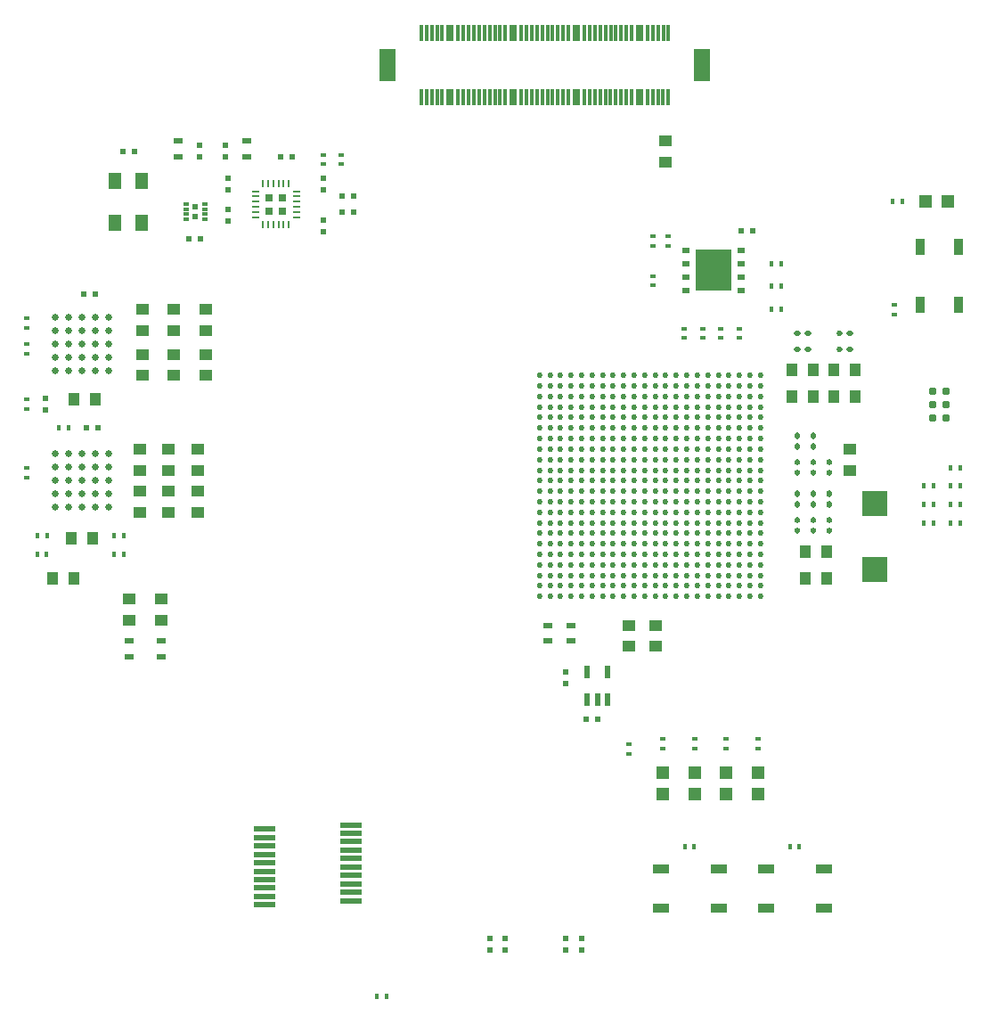
<source format=gtp>
G04 #@! TF.FileFunction,Paste,Top*
%FSLAX46Y46*%
G04 Gerber Fmt 4.6, Leading zero omitted, Abs format (unit mm)*
G04 Created by KiCad (PCBNEW 4.0.1-stable) date Monday, January 04, 2016 'PMt' 02:13:11 PM*
%MOMM*%
G01*
G04 APERTURE LIST*
%ADD10C,0.100000*%
%ADD11R,1.198880X1.198880*%
%ADD12R,0.620000X1.220000*%
%ADD13R,1.250000X1.000000*%
%ADD14C,0.635000*%
%ADD15R,0.400000X0.600000*%
%ADD16R,0.600000X0.500000*%
%ADD17R,0.900000X0.500000*%
%ADD18R,1.000000X1.250000*%
%ADD19R,0.500000X0.600000*%
%ADD20R,0.600000X0.400000*%
%ADD21C,0.530000*%
%ADD22O,0.250000X0.800000*%
%ADD23O,0.800000X0.250000*%
%ADD24R,0.750000X0.750000*%
%ADD25R,0.500000X0.300000*%
%ADD26R,0.540000X0.528000*%
%ADD27R,1.300000X1.600000*%
%ADD28R,3.400000X4.000000*%
%ADD29R,0.750000X0.500000*%
%ADD30R,1.500000X0.850000*%
%ADD31R,0.850000X1.500000*%
%ADD32R,2.000000X0.500000*%
%ADD33R,0.299720X1.600200*%
%ADD34R,0.701040X1.600200*%
%ADD35R,1.600200X3.098800*%
%ADD36R,2.430000X2.370000*%
%ADD37C,0.300000*%
%ADD38R,0.200000X0.300000*%
%ADD39R,0.300000X0.500000*%
%ADD40R,0.300000X0.200000*%
%ADD41O,0.787000X0.787000*%
G04 APERTURE END LIST*
D10*
D11*
X136200980Y-60500000D03*
X138299020Y-60500000D03*
X111250000Y-114700980D03*
X111250000Y-116799020D03*
X114250000Y-114700980D03*
X114250000Y-116799020D03*
X117250000Y-114700980D03*
X117250000Y-116799020D03*
X120250000Y-114700980D03*
X120250000Y-116799020D03*
D12*
X104050000Y-107810000D03*
X105000000Y-107810000D03*
X105950000Y-107810000D03*
X105950000Y-105190000D03*
X104050000Y-105190000D03*
D13*
X61500000Y-90000000D03*
X61500000Y-88000000D03*
D14*
X58540000Y-89540000D03*
X58540000Y-88270000D03*
X58540000Y-87000000D03*
X58540000Y-85730000D03*
X58540000Y-84460000D03*
X57270000Y-89540000D03*
X57270000Y-88270000D03*
X57270000Y-87000000D03*
X57270000Y-85730000D03*
X57270000Y-84460000D03*
X56000000Y-89540000D03*
X56000000Y-88270000D03*
X56000000Y-87000000D03*
X56000000Y-85730000D03*
X56000000Y-84460000D03*
X54730000Y-89540000D03*
X54730000Y-88270000D03*
X54730000Y-87000000D03*
X54730000Y-85730000D03*
X54730000Y-84460000D03*
X53460000Y-89540000D03*
X53460000Y-88270000D03*
X53460000Y-87000000D03*
X53460000Y-85730000D03*
X53460000Y-84460000D03*
D13*
X61500000Y-84000000D03*
X61500000Y-86000000D03*
D15*
X53800000Y-82000000D03*
X54700000Y-82000000D03*
D16*
X56450000Y-82000000D03*
X57550000Y-82000000D03*
D13*
X63500000Y-100250000D03*
X63500000Y-98250000D03*
D17*
X63500000Y-103750000D03*
X63500000Y-102250000D03*
D13*
X64750000Y-70750000D03*
X64750000Y-72750000D03*
X61750000Y-77000000D03*
X61750000Y-75000000D03*
D18*
X57250000Y-79250000D03*
X55250000Y-79250000D03*
X55250000Y-96250000D03*
X53250000Y-96250000D03*
D16*
X56200000Y-69250000D03*
X57300000Y-69250000D03*
D13*
X64750000Y-77000000D03*
X64750000Y-75000000D03*
X60500000Y-98250000D03*
X60500000Y-100250000D03*
D17*
X60500000Y-102250000D03*
X60500000Y-103750000D03*
D13*
X61750000Y-70750000D03*
X61750000Y-72750000D03*
D19*
X52500000Y-79200000D03*
X52500000Y-80300000D03*
D14*
X58540000Y-76540000D03*
X58540000Y-75270000D03*
X58540000Y-74000000D03*
X58540000Y-72730000D03*
X58540000Y-71460000D03*
X57270000Y-76540000D03*
X57270000Y-75270000D03*
X57270000Y-74000000D03*
X57270000Y-72730000D03*
X57270000Y-71460000D03*
X56000000Y-76540000D03*
X56000000Y-75270000D03*
X56000000Y-74000000D03*
X56000000Y-72730000D03*
X56000000Y-71460000D03*
X54730000Y-76540000D03*
X54730000Y-75270000D03*
X54730000Y-74000000D03*
X54730000Y-72730000D03*
X54730000Y-71460000D03*
X53460000Y-76540000D03*
X53460000Y-75270000D03*
X53460000Y-74000000D03*
X53460000Y-72730000D03*
X53460000Y-71460000D03*
D20*
X50750000Y-74050000D03*
X50750000Y-74950000D03*
X50750000Y-72450000D03*
X50750000Y-71550000D03*
X50750000Y-80200000D03*
X50750000Y-79300000D03*
D15*
X51800000Y-92250000D03*
X52700000Y-92250000D03*
X52650000Y-94000000D03*
X51750000Y-94000000D03*
X59050000Y-94000000D03*
X59950000Y-94000000D03*
D18*
X57000000Y-92500000D03*
X55000000Y-92500000D03*
D15*
X59950000Y-92250000D03*
X59050000Y-92250000D03*
D21*
X99500000Y-98000000D03*
X99500000Y-97000000D03*
X99500000Y-96000000D03*
X99500000Y-95000000D03*
X99500000Y-94000000D03*
X99500000Y-93000000D03*
X99500000Y-92000000D03*
X99500000Y-91000000D03*
X99500000Y-90000000D03*
X99500000Y-89000000D03*
X99500000Y-88000000D03*
X99500000Y-87000000D03*
X99500000Y-86000000D03*
X99500000Y-85000000D03*
X99500000Y-84000000D03*
X99500000Y-83000000D03*
X99500000Y-82000000D03*
X99500000Y-81000000D03*
X99500000Y-80000000D03*
X99500000Y-79000000D03*
X99500000Y-78000000D03*
X99500000Y-77000000D03*
X100500000Y-98000000D03*
X100500000Y-97000000D03*
X100500000Y-96000000D03*
X100500000Y-95000000D03*
X101500000Y-95000000D03*
X101500000Y-96000000D03*
X101500000Y-97000000D03*
X100500000Y-94000000D03*
X101500000Y-94000000D03*
X101500000Y-98000000D03*
X102500000Y-98000000D03*
X102500000Y-97000000D03*
X103500000Y-97000000D03*
X103500000Y-98000000D03*
X104500000Y-98000000D03*
X104500000Y-97000000D03*
X105500000Y-97000000D03*
X105500000Y-98000000D03*
X106500000Y-98000000D03*
X106500000Y-97000000D03*
X107500000Y-97000000D03*
X107500000Y-98000000D03*
X102500000Y-96000000D03*
X102500000Y-95000000D03*
X102500000Y-94000000D03*
X103500000Y-94000000D03*
X103500000Y-95000000D03*
X103500000Y-96000000D03*
X104500000Y-96000000D03*
X104500000Y-95000000D03*
X104500000Y-94000000D03*
X105500000Y-96000000D03*
X105500000Y-95000000D03*
X105500000Y-94000000D03*
X106500000Y-94000000D03*
X106500000Y-95000000D03*
X106500000Y-96000000D03*
X107500000Y-96000000D03*
X107500000Y-95000000D03*
X107500000Y-94000000D03*
X108500000Y-94000000D03*
X108500000Y-95000000D03*
X108500000Y-96000000D03*
X108500000Y-97000000D03*
X108500000Y-98000000D03*
X109500000Y-98000000D03*
X109500000Y-97000000D03*
X109500000Y-96000000D03*
X109500000Y-95000000D03*
X109500000Y-94000000D03*
X110500000Y-98000000D03*
X110500000Y-97000000D03*
X110500000Y-96000000D03*
X110500000Y-95000000D03*
X110500000Y-94000000D03*
X111500000Y-94000000D03*
X111500000Y-95000000D03*
X111500000Y-96000000D03*
X111500000Y-97000000D03*
X111500000Y-98000000D03*
X112500000Y-98000000D03*
X112500000Y-97000000D03*
X113500000Y-97000000D03*
X113500000Y-98000000D03*
X114500000Y-98000000D03*
X114500000Y-97000000D03*
X115500000Y-97000000D03*
X115500000Y-98000000D03*
X116500000Y-98000000D03*
X116500000Y-97000000D03*
X117500000Y-97000000D03*
X117500000Y-98000000D03*
X118500000Y-98000000D03*
X118500000Y-97000000D03*
X119500000Y-97000000D03*
X119500000Y-98000000D03*
X120500000Y-98000000D03*
X120500000Y-97000000D03*
X120500000Y-96000000D03*
X120500000Y-95000000D03*
X120500000Y-94000000D03*
X120500000Y-93000000D03*
X120500000Y-92000000D03*
X119500000Y-96000000D03*
X119500000Y-95000000D03*
X119500000Y-94000000D03*
X119500000Y-93000000D03*
X119500000Y-92000000D03*
X119500000Y-91000000D03*
X119500000Y-90000000D03*
X119500000Y-89000000D03*
X119500000Y-88000000D03*
X119500000Y-87000000D03*
X119500000Y-86000000D03*
X120500000Y-86000000D03*
X120500000Y-87000000D03*
X120500000Y-88000000D03*
X120500000Y-89000000D03*
X120500000Y-90000000D03*
X120500000Y-91000000D03*
X119500000Y-85000000D03*
X119500000Y-84000000D03*
X119500000Y-83000000D03*
X119500000Y-82000000D03*
X119500000Y-81000000D03*
X119500000Y-80000000D03*
X119500000Y-79000000D03*
X119500000Y-78000000D03*
X119500000Y-77000000D03*
X120500000Y-77000000D03*
X120500000Y-78000000D03*
X120500000Y-79000000D03*
X120500000Y-80000000D03*
X120500000Y-81000000D03*
X120500000Y-82000000D03*
X120500000Y-83000000D03*
X120500000Y-84000000D03*
X120500000Y-85000000D03*
X118500000Y-78000000D03*
X118500000Y-77000000D03*
X117500000Y-77000000D03*
X117500000Y-78000000D03*
X116500000Y-78000000D03*
X116500000Y-77000000D03*
X115500000Y-77000000D03*
X115500000Y-78000000D03*
X114500000Y-78000000D03*
X114500000Y-77000000D03*
X113500000Y-78000000D03*
X113500000Y-77000000D03*
X112500000Y-77000000D03*
X112500000Y-78000000D03*
X111500000Y-78000000D03*
X111500000Y-77000000D03*
X110500000Y-77000000D03*
X110500000Y-78000000D03*
X109500000Y-78000000D03*
X109500000Y-77000000D03*
X108500000Y-77000000D03*
X108500000Y-78000000D03*
X107500000Y-78000000D03*
X107500000Y-77000000D03*
X100500000Y-93000000D03*
X100500000Y-92000000D03*
X100500000Y-91000000D03*
X100500000Y-90000000D03*
X100500000Y-89000000D03*
X100500000Y-88000000D03*
X100500000Y-87000000D03*
X100500000Y-86000000D03*
X100500000Y-85000000D03*
X100500000Y-84000000D03*
X100500000Y-83000000D03*
X100500000Y-82000000D03*
X100500000Y-81000000D03*
X100500000Y-80000000D03*
X100500000Y-79000000D03*
X100500000Y-78000000D03*
X100500000Y-77000000D03*
X101500000Y-77000000D03*
X101500000Y-78000000D03*
X102500000Y-78000000D03*
X102500000Y-77000000D03*
X103500000Y-77000000D03*
X103500000Y-78000000D03*
X104500000Y-78000000D03*
X104500000Y-77000000D03*
X105500000Y-77000000D03*
X105500000Y-78000000D03*
X106500000Y-78000000D03*
X106500000Y-77000000D03*
X101500000Y-93000000D03*
X101500000Y-92000000D03*
X101500000Y-91000000D03*
X101500000Y-90000000D03*
X101500000Y-89000000D03*
X101500000Y-88000000D03*
X101500000Y-87000000D03*
X101500000Y-86000000D03*
X101500000Y-85000000D03*
X101500000Y-84000000D03*
X101500000Y-83000000D03*
X101500000Y-82000000D03*
X101500000Y-81000000D03*
X101500000Y-80000000D03*
X101500000Y-79000000D03*
X102500000Y-79000000D03*
X103500000Y-79000000D03*
X104500000Y-79000000D03*
X105500000Y-79000000D03*
X106500000Y-79000000D03*
X112500000Y-96000000D03*
X113500000Y-96000000D03*
X114500000Y-96000000D03*
X115500000Y-96000000D03*
X116500000Y-96000000D03*
X117500000Y-96000000D03*
X118500000Y-96000000D03*
X118500000Y-95000000D03*
X118500000Y-94000000D03*
X118500000Y-93000000D03*
X118500000Y-92000000D03*
X118500000Y-91000000D03*
X118500000Y-90000000D03*
X118500000Y-89000000D03*
X118500000Y-88000000D03*
X118500000Y-87000000D03*
X118500000Y-86000000D03*
X118500000Y-85000000D03*
X118500000Y-84000000D03*
X118500000Y-83000000D03*
X118500000Y-82000000D03*
X118500000Y-81000000D03*
X118500000Y-80000000D03*
X118500000Y-79000000D03*
X117500000Y-79000000D03*
X116500000Y-79000000D03*
X115500000Y-79000000D03*
X114500000Y-79000000D03*
X113500000Y-79000000D03*
X112500000Y-79000000D03*
X111500000Y-79000000D03*
X110500000Y-79000000D03*
X109500000Y-79000000D03*
X108500000Y-79000000D03*
X107500000Y-79000000D03*
X112500000Y-95000000D03*
X112500000Y-94000000D03*
X113500000Y-95000000D03*
X113500000Y-94000000D03*
X114500000Y-95000000D03*
X114500000Y-94000000D03*
X115500000Y-95000000D03*
X115500000Y-94000000D03*
X116500000Y-95000000D03*
X116500000Y-94000000D03*
X117500000Y-94000000D03*
X117500000Y-95000000D03*
X116500000Y-93000000D03*
X117500000Y-93000000D03*
X117500000Y-92000000D03*
X116500000Y-92000000D03*
X116500000Y-91000000D03*
X117500000Y-91000000D03*
X117500000Y-90000000D03*
X116500000Y-90000000D03*
X116500000Y-89000000D03*
X116500000Y-88000000D03*
X117500000Y-88000000D03*
X117500000Y-89000000D03*
X116500000Y-87000000D03*
X117500000Y-87000000D03*
X116500000Y-86000000D03*
X117500000Y-86000000D03*
X117500000Y-85000000D03*
X116500000Y-85000000D03*
X116500000Y-84000000D03*
X117500000Y-84000000D03*
X117500000Y-83000000D03*
X116500000Y-83000000D03*
X116500000Y-82000000D03*
X116500000Y-81000000D03*
X116500000Y-80000000D03*
X115500000Y-80000000D03*
X115500000Y-81000000D03*
X114500000Y-81000000D03*
X114500000Y-80000000D03*
X117500000Y-80000000D03*
X117500000Y-81000000D03*
X117500000Y-82000000D03*
X113500000Y-81000000D03*
X113500000Y-80000000D03*
X112500000Y-81000000D03*
X112500000Y-80000000D03*
X111500000Y-80000000D03*
X111500000Y-81000000D03*
X110500000Y-81000000D03*
X110500000Y-80000000D03*
X109500000Y-80000000D03*
X109500000Y-81000000D03*
X108500000Y-81000000D03*
X108500000Y-80000000D03*
X107500000Y-80000000D03*
X107500000Y-81000000D03*
X106500000Y-81000000D03*
X106500000Y-80000000D03*
X105500000Y-80000000D03*
X105500000Y-81000000D03*
X104500000Y-81000000D03*
X104500000Y-80000000D03*
X103500000Y-80000000D03*
X102500000Y-80000000D03*
X102500000Y-81000000D03*
X103500000Y-81000000D03*
X103500000Y-82000000D03*
X102500000Y-82000000D03*
X102500000Y-83000000D03*
X103500000Y-83000000D03*
X103500000Y-84000000D03*
X102500000Y-84000000D03*
X102500000Y-85000000D03*
X103500000Y-85000000D03*
X103500000Y-86000000D03*
X102500000Y-86000000D03*
X102500000Y-87000000D03*
X103500000Y-87000000D03*
X103500000Y-88000000D03*
X102500000Y-88000000D03*
X102500000Y-89000000D03*
X103500000Y-89000000D03*
X103500000Y-90000000D03*
X102500000Y-90000000D03*
X102500000Y-91000000D03*
X103500000Y-91000000D03*
X103500000Y-92000000D03*
X102500000Y-92000000D03*
X102500000Y-93000000D03*
X103500000Y-93000000D03*
X104500000Y-93000000D03*
X104500000Y-92000000D03*
X105500000Y-92000000D03*
X105500000Y-93000000D03*
X106500000Y-93000000D03*
X106500000Y-92000000D03*
X107500000Y-92000000D03*
X107500000Y-93000000D03*
X108500000Y-93000000D03*
X108500000Y-92000000D03*
X109500000Y-92000000D03*
X109500000Y-93000000D03*
X110500000Y-93000000D03*
X110500000Y-92000000D03*
X111500000Y-92000000D03*
X111500000Y-93000000D03*
X112500000Y-93000000D03*
X112500000Y-92000000D03*
X113500000Y-92000000D03*
X113500000Y-93000000D03*
X114500000Y-93000000D03*
X115500000Y-93000000D03*
X115500000Y-92000000D03*
X114500000Y-92000000D03*
X114500000Y-91000000D03*
X115500000Y-91000000D03*
X115500000Y-90000000D03*
X114500000Y-90000000D03*
X114500000Y-89000000D03*
X115500000Y-89000000D03*
X115500000Y-88000000D03*
X114500000Y-88000000D03*
X114500000Y-87000000D03*
X115500000Y-87000000D03*
X115500000Y-86000000D03*
X114500000Y-86000000D03*
X114500000Y-85000000D03*
X115500000Y-85000000D03*
X115500000Y-84000000D03*
X114500000Y-84000000D03*
X114500000Y-83000000D03*
X115500000Y-83000000D03*
X115500000Y-82000000D03*
X114500000Y-82000000D03*
X113500000Y-82000000D03*
X113500000Y-83000000D03*
X112500000Y-83000000D03*
X112500000Y-82000000D03*
X111500000Y-82000000D03*
X111500000Y-83000000D03*
X110500000Y-83000000D03*
X110500000Y-82000000D03*
X109500000Y-82000000D03*
X109500000Y-83000000D03*
X108500000Y-83000000D03*
X108500000Y-82000000D03*
X107500000Y-82000000D03*
X107500000Y-83000000D03*
X106500000Y-83000000D03*
X106500000Y-82000000D03*
X105500000Y-82000000D03*
X104500000Y-82000000D03*
X104500000Y-83000000D03*
X105500000Y-83000000D03*
X105500000Y-84000000D03*
X104500000Y-84000000D03*
X104500000Y-85000000D03*
X105500000Y-85000000D03*
X105500000Y-86000000D03*
X104500000Y-86000000D03*
X104500000Y-87000000D03*
X105500000Y-87000000D03*
X105500000Y-88000000D03*
X104500000Y-88000000D03*
X104500000Y-89000000D03*
X105500000Y-89000000D03*
X105500000Y-90000000D03*
X104500000Y-90000000D03*
X104500000Y-91000000D03*
X105500000Y-91000000D03*
X106500000Y-91000000D03*
X106500000Y-90000000D03*
X106500000Y-89000000D03*
X106500000Y-88000000D03*
X106500000Y-87000000D03*
X106500000Y-86000000D03*
X106500000Y-85000000D03*
X106500000Y-84000000D03*
X107500000Y-84000000D03*
X107500000Y-85000000D03*
X107500000Y-86000000D03*
X107500000Y-87000000D03*
X107500000Y-88000000D03*
X107500000Y-89000000D03*
X107500000Y-91000000D03*
X107500000Y-90000000D03*
X108500000Y-91000000D03*
X108500000Y-90000000D03*
X109500000Y-90000000D03*
X109500000Y-91000000D03*
X110500000Y-91000000D03*
X110500000Y-90000000D03*
X111500000Y-91000000D03*
X111500000Y-90000000D03*
X112500000Y-90000000D03*
X112500000Y-91000000D03*
X113500000Y-91000000D03*
X113500000Y-90000000D03*
X113500000Y-89000000D03*
X113500000Y-88000000D03*
X112500000Y-88000000D03*
X112500000Y-89000000D03*
X111500000Y-89000000D03*
X111500000Y-88000000D03*
X111500000Y-87000000D03*
X112500000Y-87000000D03*
X113500000Y-87000000D03*
X113500000Y-86000000D03*
X112500000Y-86000000D03*
X111500000Y-86000000D03*
X111500000Y-85000000D03*
X111500000Y-84000000D03*
X112500000Y-84000000D03*
X112500000Y-85000000D03*
X113500000Y-85000000D03*
X113500000Y-84000000D03*
X110500000Y-84000000D03*
X109500000Y-84000000D03*
X108500000Y-84000000D03*
X108500000Y-85000000D03*
X109500000Y-85000000D03*
X110500000Y-85000000D03*
X110500000Y-86000000D03*
X109500000Y-86000000D03*
X108500000Y-86000000D03*
X108500000Y-87000000D03*
X108500000Y-88000000D03*
X108500000Y-89000000D03*
X109500000Y-89000000D03*
X109500000Y-88000000D03*
X109500000Y-87000000D03*
X110500000Y-87000000D03*
X110500000Y-88000000D03*
X110500000Y-89000000D03*
D22*
X73175000Y-62700000D03*
X73675000Y-62700000D03*
X74175000Y-62700000D03*
X74675000Y-62700000D03*
X75175000Y-62700000D03*
X75675000Y-62700000D03*
D23*
X76375000Y-62000000D03*
X76375000Y-61500000D03*
X76375000Y-61000000D03*
X76375000Y-60500000D03*
X76375000Y-60000000D03*
X76375000Y-59500000D03*
D22*
X75675000Y-58800000D03*
X75175000Y-58800000D03*
X74675000Y-58800000D03*
X74175000Y-58800000D03*
X73675000Y-58800000D03*
X73175000Y-58800000D03*
D23*
X72475000Y-59500000D03*
X72475000Y-60000000D03*
X72475000Y-60500000D03*
X72475000Y-61000000D03*
X72475000Y-61500000D03*
X72475000Y-62000000D03*
D24*
X75050000Y-60125000D03*
X73800000Y-60125000D03*
X75050000Y-61375000D03*
X73800000Y-61375000D03*
D25*
X67675000Y-62190000D03*
X67675000Y-61690000D03*
X67675000Y-61190000D03*
X67675000Y-60690000D03*
X65875000Y-60690000D03*
X65875000Y-61190000D03*
X65875000Y-61690000D03*
X65875000Y-62190000D03*
D26*
X66775000Y-61000000D03*
X66775000Y-61880000D03*
D27*
X61675000Y-58500000D03*
X61675000Y-62500000D03*
X59175000Y-62500000D03*
X59175000Y-58500000D03*
D28*
X116000000Y-67000000D03*
D29*
X113375000Y-66365000D03*
X113375000Y-67635000D03*
X113375000Y-68905000D03*
X113375000Y-65095000D03*
X118625000Y-65095000D03*
X118625000Y-66365000D03*
X118625000Y-67635000D03*
X118625000Y-68905000D03*
D30*
X111000000Y-127600000D03*
X116500000Y-127600000D03*
X116500000Y-123900000D03*
X111000000Y-123900000D03*
X121000000Y-127600000D03*
X126500000Y-127600000D03*
X126500000Y-123900000D03*
X121000000Y-123900000D03*
D31*
X139350000Y-70250000D03*
X139350000Y-64750000D03*
X135650000Y-64750000D03*
X135650000Y-70250000D03*
D15*
X113300000Y-121750000D03*
X114200000Y-121750000D03*
X123300000Y-121750000D03*
X124200000Y-121750000D03*
D20*
X120250000Y-112450000D03*
X120250000Y-111550000D03*
X117250000Y-112450000D03*
X117250000Y-111550000D03*
X114250000Y-112450000D03*
X114250000Y-111550000D03*
X111250000Y-112450000D03*
X111250000Y-111550000D03*
D15*
X121550000Y-70750000D03*
X122450000Y-70750000D03*
X122450000Y-68500000D03*
X121550000Y-68500000D03*
D20*
X133250000Y-71200000D03*
X133250000Y-70300000D03*
D15*
X133050000Y-60500000D03*
X133950000Y-60500000D03*
X139450000Y-85750000D03*
X138550000Y-85750000D03*
D20*
X111750000Y-63800000D03*
X111750000Y-64700000D03*
D15*
X136950000Y-91000000D03*
X136050000Y-91000000D03*
X139450000Y-91000000D03*
X138550000Y-91000000D03*
X122450000Y-66375000D03*
X121550000Y-66375000D03*
D20*
X110250000Y-67550000D03*
X110250000Y-68450000D03*
X110250000Y-63800000D03*
X110250000Y-64700000D03*
D15*
X136950000Y-89250000D03*
X136050000Y-89250000D03*
X139450000Y-89250000D03*
X138550000Y-89250000D03*
D20*
X118500000Y-72550000D03*
X118500000Y-73450000D03*
X116750000Y-72550000D03*
X116750000Y-73450000D03*
X115000000Y-72550000D03*
X115000000Y-73450000D03*
X113250000Y-72550000D03*
X113250000Y-73450000D03*
D15*
X136950000Y-87500000D03*
X136050000Y-87500000D03*
X139450000Y-87500000D03*
X138550000Y-87500000D03*
X84950000Y-136000000D03*
X84050000Y-136000000D03*
D20*
X108000000Y-112050000D03*
X108000000Y-112950000D03*
D32*
X73400000Y-120100000D03*
X73400000Y-120900000D03*
X73400000Y-121700000D03*
X73400000Y-122500000D03*
X73400000Y-123300000D03*
X73400000Y-124100000D03*
X73400000Y-124900000D03*
X73400000Y-125700000D03*
X73400000Y-126500000D03*
X73400000Y-127300000D03*
X81600000Y-126900000D03*
X81600000Y-126100000D03*
X81600000Y-125300000D03*
X81600000Y-124500000D03*
X81600000Y-123700000D03*
X81600000Y-122900000D03*
X81600000Y-122100000D03*
X81600000Y-121300000D03*
X81600000Y-120500000D03*
X81600000Y-119700000D03*
D33*
X88249960Y-50560700D03*
X88750340Y-50560700D03*
X89250720Y-50560700D03*
X89751100Y-50560700D03*
X90248940Y-50560700D03*
D34*
X91000780Y-50560700D03*
D33*
X91750080Y-50560700D03*
X92250460Y-50560700D03*
X92750840Y-50560700D03*
X93251220Y-50560700D03*
X93749060Y-50560700D03*
X94249440Y-50560700D03*
X94749820Y-50560700D03*
X95250200Y-50560700D03*
X95750580Y-50560700D03*
X96250960Y-50560700D03*
D34*
X97000260Y-50560700D03*
D33*
X97749560Y-50560700D03*
X98249940Y-50560700D03*
X98750320Y-50560700D03*
X99250700Y-50560700D03*
X99751080Y-50560700D03*
X100248920Y-50560700D03*
X100749300Y-50560700D03*
X101249680Y-50560700D03*
X101750060Y-50560700D03*
X102250440Y-50560700D03*
D34*
X103002280Y-50560700D03*
D33*
X103749040Y-50560700D03*
X104249420Y-50560700D03*
X104749800Y-50560700D03*
X105250180Y-50560700D03*
X105750560Y-50560700D03*
X106250940Y-50560700D03*
X106748780Y-50560700D03*
X107249160Y-50560700D03*
X107749540Y-50560700D03*
X108249920Y-50560700D03*
D34*
X109001760Y-50560700D03*
D33*
X109751060Y-50560700D03*
X110248900Y-50560700D03*
X110749280Y-50560700D03*
X111249660Y-50560700D03*
X111750040Y-50560700D03*
X111755120Y-44459620D03*
X111254740Y-44459620D03*
X110754360Y-44459620D03*
X110253980Y-44459620D03*
X109756140Y-44459620D03*
D34*
X109006840Y-44459620D03*
D33*
X108255000Y-44459620D03*
X107754620Y-44459620D03*
X107254240Y-44459620D03*
X106753860Y-44459620D03*
X106256020Y-44459620D03*
X105755640Y-44459620D03*
X105255260Y-44459620D03*
X104754880Y-44459620D03*
X104254500Y-44459620D03*
X103754120Y-44459620D03*
D34*
X103004820Y-44459620D03*
D33*
X102252980Y-44459620D03*
X101752600Y-44459620D03*
X101252220Y-44459620D03*
X100751840Y-44459620D03*
X100254000Y-44459620D03*
X99753620Y-44459620D03*
X99253240Y-44459620D03*
X98752860Y-44459620D03*
X98252480Y-44459620D03*
X97752100Y-44459620D03*
D34*
X97002800Y-44459620D03*
D33*
X96250960Y-44459620D03*
X95750580Y-44459620D03*
X95250200Y-44459620D03*
X94749820Y-44459620D03*
X94251980Y-44459620D03*
X93751600Y-44459620D03*
X93251220Y-44459620D03*
X92750840Y-44459620D03*
X92250460Y-44459620D03*
X91750080Y-44459620D03*
D34*
X91000780Y-44459620D03*
D33*
X90248940Y-44459620D03*
X89751100Y-44459620D03*
X89250720Y-44459620D03*
X88750340Y-44459620D03*
X88249960Y-44459620D03*
D35*
X114950440Y-47500000D03*
X85049560Y-47500000D03*
D17*
X65175000Y-54750000D03*
X65175000Y-56250000D03*
X71675000Y-54750000D03*
X71675000Y-56250000D03*
X102500000Y-102250000D03*
X102500000Y-100750000D03*
X100250000Y-102250000D03*
X100250000Y-100750000D03*
D19*
X78925000Y-59350000D03*
X78925000Y-58250000D03*
X69925000Y-62350000D03*
X69925000Y-61250000D03*
X69675000Y-56250000D03*
X69675000Y-55150000D03*
D16*
X60975000Y-55750000D03*
X59875000Y-55750000D03*
D19*
X78925000Y-62250000D03*
X78925000Y-63350000D03*
D16*
X67225000Y-64000000D03*
X66125000Y-64000000D03*
X74875000Y-56250000D03*
X75975000Y-56250000D03*
D19*
X67175000Y-56250000D03*
X67175000Y-55150000D03*
X69925000Y-59350000D03*
X69925000Y-58250000D03*
D16*
X118700000Y-63250000D03*
X119800000Y-63250000D03*
X80700000Y-61500000D03*
X81800000Y-61500000D03*
X80700000Y-60000000D03*
X81800000Y-60000000D03*
D18*
X124750000Y-96250000D03*
X126750000Y-96250000D03*
X127500000Y-76500000D03*
X129500000Y-76500000D03*
X124750000Y-93750000D03*
X126750000Y-93750000D03*
D13*
X111500000Y-54750000D03*
X111500000Y-56750000D03*
D18*
X127500000Y-79000000D03*
X129500000Y-79000000D03*
X123500000Y-76500000D03*
X125500000Y-76500000D03*
D13*
X129000000Y-86000000D03*
X129000000Y-84000000D03*
D18*
X123500000Y-79000000D03*
X125500000Y-79000000D03*
D13*
X108000000Y-100750000D03*
X108000000Y-102750000D03*
X110500000Y-100750000D03*
X110500000Y-102750000D03*
D36*
X131350000Y-95420000D03*
X131350000Y-89180000D03*
D19*
X103475000Y-130450000D03*
X103475000Y-131550000D03*
X102000000Y-130450000D03*
X102000000Y-131550000D03*
X96250000Y-130450000D03*
X96250000Y-131550000D03*
X94750000Y-130475000D03*
X94750000Y-131575000D03*
D20*
X80675000Y-56050000D03*
X80675000Y-56950000D03*
X78925000Y-56050000D03*
X78925000Y-56950000D03*
D25*
X127000000Y-88250000D03*
X127000000Y-89250000D03*
D37*
X127100000Y-88400000D03*
X126900000Y-88400000D03*
X126900000Y-88100000D03*
X127100000Y-88100000D03*
X127100000Y-89100000D03*
X126900000Y-89100000D03*
X126900000Y-89400000D03*
X127100000Y-89400000D03*
D38*
X127000000Y-89400000D03*
X127000000Y-89100000D03*
X127000000Y-88400000D03*
X127000000Y-88100000D03*
D25*
X124000000Y-88250000D03*
X124000000Y-89250000D03*
D37*
X124100000Y-88400000D03*
X123900000Y-88400000D03*
X123900000Y-88100000D03*
X124100000Y-88100000D03*
X124100000Y-89100000D03*
X123900000Y-89100000D03*
X123900000Y-89400000D03*
X124100000Y-89400000D03*
D38*
X124000000Y-89400000D03*
X124000000Y-89100000D03*
X124000000Y-88400000D03*
X124000000Y-88100000D03*
D39*
X128000000Y-74500000D03*
X129000000Y-74500000D03*
D37*
X128150000Y-74400000D03*
X128150000Y-74600000D03*
X127850000Y-74600000D03*
X127850000Y-74400000D03*
X128850000Y-74400000D03*
X128850000Y-74600000D03*
X129150000Y-74600000D03*
X129150000Y-74400000D03*
D40*
X129150000Y-74500000D03*
X128850000Y-74500000D03*
X128150000Y-74500000D03*
X127850000Y-74500000D03*
D25*
X125500000Y-88250000D03*
X125500000Y-89250000D03*
D37*
X125600000Y-88400000D03*
X125400000Y-88400000D03*
X125400000Y-88100000D03*
X125600000Y-88100000D03*
X125600000Y-89100000D03*
X125400000Y-89100000D03*
X125400000Y-89400000D03*
X125600000Y-89400000D03*
D38*
X125500000Y-89400000D03*
X125500000Y-89100000D03*
X125500000Y-88400000D03*
X125500000Y-88100000D03*
D25*
X125500000Y-83750000D03*
X125500000Y-82750000D03*
D37*
X125400000Y-83600000D03*
X125600000Y-83600000D03*
X125600000Y-83900000D03*
X125400000Y-83900000D03*
X125400000Y-82900000D03*
X125600000Y-82900000D03*
X125600000Y-82600000D03*
X125400000Y-82600000D03*
D38*
X125500000Y-82600000D03*
X125500000Y-82900000D03*
X125500000Y-83600000D03*
X125500000Y-83900000D03*
D39*
X128000000Y-73000000D03*
X129000000Y-73000000D03*
D37*
X128150000Y-72900000D03*
X128150000Y-73100000D03*
X127850000Y-73100000D03*
X127850000Y-72900000D03*
X128850000Y-72900000D03*
X128850000Y-73100000D03*
X129150000Y-73100000D03*
X129150000Y-72900000D03*
D40*
X129150000Y-73000000D03*
X128850000Y-73000000D03*
X128150000Y-73000000D03*
X127850000Y-73000000D03*
D25*
X127000000Y-90750000D03*
X127000000Y-91750000D03*
D37*
X127100000Y-90900000D03*
X126900000Y-90900000D03*
X126900000Y-90600000D03*
X127100000Y-90600000D03*
X127100000Y-91600000D03*
X126900000Y-91600000D03*
X126900000Y-91900000D03*
X127100000Y-91900000D03*
D38*
X127000000Y-91900000D03*
X127000000Y-91600000D03*
X127000000Y-90900000D03*
X127000000Y-90600000D03*
D25*
X127000000Y-86250000D03*
X127000000Y-85250000D03*
D37*
X126900000Y-86100000D03*
X127100000Y-86100000D03*
X127100000Y-86400000D03*
X126900000Y-86400000D03*
X126900000Y-85400000D03*
X127100000Y-85400000D03*
X127100000Y-85100000D03*
X126900000Y-85100000D03*
D38*
X127000000Y-85100000D03*
X127000000Y-85400000D03*
X127000000Y-86100000D03*
X127000000Y-86400000D03*
D25*
X125500000Y-90750000D03*
X125500000Y-91750000D03*
D37*
X125600000Y-90900000D03*
X125400000Y-90900000D03*
X125400000Y-90600000D03*
X125600000Y-90600000D03*
X125600000Y-91600000D03*
X125400000Y-91600000D03*
X125400000Y-91900000D03*
X125600000Y-91900000D03*
D38*
X125500000Y-91900000D03*
X125500000Y-91600000D03*
X125500000Y-90900000D03*
X125500000Y-90600000D03*
D25*
X125500000Y-86250000D03*
X125500000Y-85250000D03*
D37*
X125400000Y-86100000D03*
X125600000Y-86100000D03*
X125600000Y-86400000D03*
X125400000Y-86400000D03*
X125400000Y-85400000D03*
X125600000Y-85400000D03*
X125600000Y-85100000D03*
X125400000Y-85100000D03*
D38*
X125500000Y-85100000D03*
X125500000Y-85400000D03*
X125500000Y-86100000D03*
X125500000Y-86400000D03*
D25*
X124000000Y-90750000D03*
X124000000Y-91750000D03*
D37*
X124100000Y-90900000D03*
X123900000Y-90900000D03*
X123900000Y-90600000D03*
X124100000Y-90600000D03*
X124100000Y-91600000D03*
X123900000Y-91600000D03*
X123900000Y-91900000D03*
X124100000Y-91900000D03*
D38*
X124000000Y-91900000D03*
X124000000Y-91600000D03*
X124000000Y-90900000D03*
X124000000Y-90600000D03*
D25*
X124000000Y-83750000D03*
X124000000Y-82750000D03*
D37*
X123900000Y-83600000D03*
X124100000Y-83600000D03*
X124100000Y-83900000D03*
X123900000Y-83900000D03*
X123900000Y-82900000D03*
X124100000Y-82900000D03*
X124100000Y-82600000D03*
X123900000Y-82600000D03*
D38*
X124000000Y-82600000D03*
X124000000Y-82900000D03*
X124000000Y-83600000D03*
X124000000Y-83900000D03*
D25*
X124000000Y-86250000D03*
X124000000Y-85250000D03*
D37*
X123900000Y-86100000D03*
X124100000Y-86100000D03*
X124100000Y-86400000D03*
X123900000Y-86400000D03*
X123900000Y-85400000D03*
X124100000Y-85400000D03*
X124100000Y-85100000D03*
X123900000Y-85100000D03*
D38*
X124000000Y-85100000D03*
X124000000Y-85400000D03*
X124000000Y-86100000D03*
X124000000Y-86400000D03*
D39*
X124000000Y-73000000D03*
X125000000Y-73000000D03*
D37*
X124150000Y-72900000D03*
X124150000Y-73100000D03*
X123850000Y-73100000D03*
X123850000Y-72900000D03*
X124850000Y-72900000D03*
X124850000Y-73100000D03*
X125150000Y-73100000D03*
X125150000Y-72900000D03*
D40*
X125150000Y-73000000D03*
X124850000Y-73000000D03*
X124150000Y-73000000D03*
X123850000Y-73000000D03*
D39*
X124000000Y-74500000D03*
X125000000Y-74500000D03*
D37*
X124150000Y-74400000D03*
X124150000Y-74600000D03*
X123850000Y-74600000D03*
X123850000Y-74400000D03*
X124850000Y-74400000D03*
X124850000Y-74600000D03*
X125150000Y-74600000D03*
X125150000Y-74400000D03*
D40*
X125150000Y-74500000D03*
X124850000Y-74500000D03*
X124150000Y-74500000D03*
X123850000Y-74500000D03*
D16*
X103900000Y-109700000D03*
X105000000Y-109700000D03*
D19*
X102000000Y-105200000D03*
X102000000Y-106300000D03*
D41*
X136865000Y-78480000D03*
X138135000Y-78480000D03*
X136865000Y-79750000D03*
X138135000Y-79750000D03*
X136865000Y-81020000D03*
X138135000Y-81020000D03*
D13*
X64250000Y-84000000D03*
X64250000Y-86000000D03*
X64250000Y-90000000D03*
X64250000Y-88000000D03*
X67750000Y-70750000D03*
X67750000Y-72750000D03*
X67750000Y-77000000D03*
X67750000Y-75000000D03*
X67000000Y-84000000D03*
X67000000Y-86000000D03*
X67000000Y-90000000D03*
X67000000Y-88000000D03*
D20*
X50750000Y-85800000D03*
X50750000Y-86700000D03*
M02*

</source>
